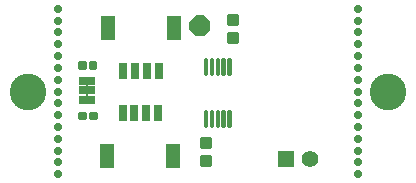
<source format=gbr>
G04 EAGLE Gerber RS-274X export*
G75*
%MOMM*%
%FSLAX34Y34*%
%LPD*%
%AMOC8*
5,1,8,0,0,1.08239X$1,22.5*%
G01*
%ADD10C,3.101600*%
%ADD11C,0.701600*%
%ADD12C,0.326897*%
%ADD13R,0.701600X1.451600*%
%ADD14R,1.301600X2.101600*%
%ADD15R,1.422400X1.422400*%
%ADD16C,1.422400*%
%ADD17R,1.371600X0.736600*%
%ADD18C,0.203200*%
%ADD19C,0.419859*%
%ADD20C,0.253006*%
%ADD21P,1.924489X8X112.500000*%


D10*
X25400Y70231D03*
X330200Y70231D03*
D11*
X51000Y70231D03*
X51000Y80231D03*
X51000Y90231D03*
X51000Y100231D03*
X51000Y110231D03*
X51000Y120231D03*
X51000Y130231D03*
X51000Y140462D03*
X51000Y60231D03*
X51000Y50231D03*
X51000Y40231D03*
X51000Y30231D03*
X51000Y20231D03*
X51000Y10231D03*
X51000Y0D03*
X304600Y70231D03*
X304600Y80231D03*
X304600Y90231D03*
X304600Y100231D03*
X304600Y110231D03*
X304600Y120231D03*
X304600Y130231D03*
X304600Y140462D03*
X304600Y60231D03*
X304600Y50231D03*
X304600Y40231D03*
X304600Y30231D03*
X304600Y20231D03*
X304600Y10231D03*
X304600Y0D03*
D12*
X178885Y8041D02*
X178885Y14679D01*
X178885Y8041D02*
X172247Y8041D01*
X172247Y14679D01*
X178885Y14679D01*
X178885Y11147D02*
X172247Y11147D01*
X172247Y14253D02*
X178885Y14253D01*
X178885Y23281D02*
X178885Y29919D01*
X178885Y23281D02*
X172247Y23281D01*
X172247Y29919D01*
X178885Y29919D01*
X178885Y26387D02*
X172247Y26387D01*
X172247Y29493D02*
X178885Y29493D01*
X195421Y127285D02*
X195421Y133923D01*
X202059Y133923D01*
X202059Y127285D01*
X195421Y127285D01*
X195421Y130391D02*
X202059Y130391D01*
X202059Y133497D02*
X195421Y133497D01*
X195421Y118683D02*
X195421Y112045D01*
X195421Y118683D02*
X202059Y118683D01*
X202059Y112045D01*
X195421Y112045D01*
X195421Y115151D02*
X202059Y115151D01*
X202059Y118257D02*
X195421Y118257D01*
D13*
X105360Y52000D03*
X115360Y52000D03*
X125360Y52000D03*
X135360Y52000D03*
D14*
X148360Y15250D03*
X92360Y15250D03*
D13*
X135820Y87670D03*
X125820Y87670D03*
X115820Y87670D03*
X105820Y87670D03*
D14*
X92820Y124420D03*
X148820Y124420D03*
D15*
X243656Y12700D03*
D16*
X263976Y12700D03*
D17*
X75430Y63290D03*
X75430Y71418D03*
X75430Y79546D03*
D18*
X75430Y80308D02*
X75430Y62782D01*
D19*
X78291Y94448D02*
X81459Y94448D01*
X81459Y91280D01*
X78291Y91280D01*
X78291Y94448D01*
X72569Y94448D02*
X69401Y94448D01*
X72569Y94448D02*
X72569Y91280D01*
X69401Y91280D01*
X69401Y94448D01*
X78361Y51542D02*
X81529Y51542D01*
X81529Y48374D01*
X78361Y48374D01*
X78361Y51542D01*
X72639Y51542D02*
X69471Y51542D01*
X72639Y51542D02*
X72639Y48374D01*
X69471Y48374D01*
X69471Y51542D01*
D20*
X194813Y85147D02*
X194813Y98133D01*
X196299Y98133D01*
X196299Y85147D01*
X194813Y85147D01*
X194813Y87550D02*
X196299Y87550D01*
X196299Y89953D02*
X194813Y89953D01*
X194813Y92356D02*
X196299Y92356D01*
X196299Y94759D02*
X194813Y94759D01*
X194813Y97162D02*
X196299Y97162D01*
X189813Y98133D02*
X189813Y85147D01*
X189813Y98133D02*
X191299Y98133D01*
X191299Y85147D01*
X189813Y85147D01*
X189813Y87550D02*
X191299Y87550D01*
X191299Y89953D02*
X189813Y89953D01*
X189813Y92356D02*
X191299Y92356D01*
X191299Y94759D02*
X189813Y94759D01*
X189813Y97162D02*
X191299Y97162D01*
X184813Y98133D02*
X184813Y85147D01*
X184813Y98133D02*
X186299Y98133D01*
X186299Y85147D01*
X184813Y85147D01*
X184813Y87550D02*
X186299Y87550D01*
X186299Y89953D02*
X184813Y89953D01*
X184813Y92356D02*
X186299Y92356D01*
X186299Y94759D02*
X184813Y94759D01*
X184813Y97162D02*
X186299Y97162D01*
X179813Y98133D02*
X179813Y85147D01*
X179813Y98133D02*
X181299Y98133D01*
X181299Y85147D01*
X179813Y85147D01*
X179813Y87550D02*
X181299Y87550D01*
X181299Y89953D02*
X179813Y89953D01*
X179813Y92356D02*
X181299Y92356D01*
X181299Y94759D02*
X179813Y94759D01*
X179813Y97162D02*
X181299Y97162D01*
X174813Y98133D02*
X174813Y85147D01*
X174813Y98133D02*
X176299Y98133D01*
X176299Y85147D01*
X174813Y85147D01*
X174813Y87550D02*
X176299Y87550D01*
X176299Y89953D02*
X174813Y89953D01*
X174813Y92356D02*
X176299Y92356D01*
X176299Y94759D02*
X174813Y94759D01*
X174813Y97162D02*
X176299Y97162D01*
X174813Y54133D02*
X174813Y41147D01*
X174813Y54133D02*
X176299Y54133D01*
X176299Y41147D01*
X174813Y41147D01*
X174813Y43550D02*
X176299Y43550D01*
X176299Y45953D02*
X174813Y45953D01*
X174813Y48356D02*
X176299Y48356D01*
X176299Y50759D02*
X174813Y50759D01*
X174813Y53162D02*
X176299Y53162D01*
X179813Y54133D02*
X179813Y41147D01*
X179813Y54133D02*
X181299Y54133D01*
X181299Y41147D01*
X179813Y41147D01*
X179813Y43550D02*
X181299Y43550D01*
X181299Y45953D02*
X179813Y45953D01*
X179813Y48356D02*
X181299Y48356D01*
X181299Y50759D02*
X179813Y50759D01*
X179813Y53162D02*
X181299Y53162D01*
X184813Y54133D02*
X184813Y41147D01*
X184813Y54133D02*
X186299Y54133D01*
X186299Y41147D01*
X184813Y41147D01*
X184813Y43550D02*
X186299Y43550D01*
X186299Y45953D02*
X184813Y45953D01*
X184813Y48356D02*
X186299Y48356D01*
X186299Y50759D02*
X184813Y50759D01*
X184813Y53162D02*
X186299Y53162D01*
X189813Y54133D02*
X189813Y41147D01*
X189813Y54133D02*
X191299Y54133D01*
X191299Y41147D01*
X189813Y41147D01*
X189813Y43550D02*
X191299Y43550D01*
X191299Y45953D02*
X189813Y45953D01*
X189813Y48356D02*
X191299Y48356D01*
X191299Y50759D02*
X189813Y50759D01*
X189813Y53162D02*
X191299Y53162D01*
X194813Y54133D02*
X194813Y41147D01*
X194813Y54133D02*
X196299Y54133D01*
X196299Y41147D01*
X194813Y41147D01*
X194813Y43550D02*
X196299Y43550D01*
X196299Y45953D02*
X194813Y45953D01*
X194813Y48356D02*
X196299Y48356D01*
X196299Y50759D02*
X194813Y50759D01*
X194813Y53162D02*
X196299Y53162D01*
D21*
X170942Y125476D03*
M02*

</source>
